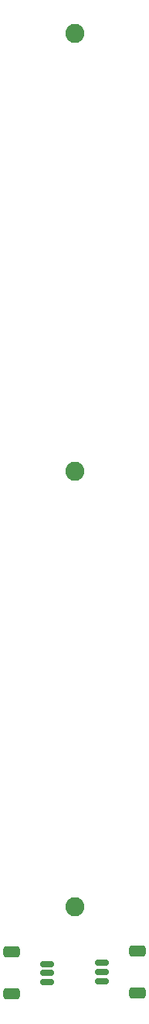
<source format=gbr>
%TF.GenerationSoftware,KiCad,Pcbnew,8.0.5*%
%TF.CreationDate,2025-09-23T17:33:25-05:00*%
%TF.ProjectId,test,74657374-2e6b-4696-9361-645f70636258,rev?*%
%TF.SameCoordinates,Original*%
%TF.FileFunction,Paste,Top*%
%TF.FilePolarity,Positive*%
%FSLAX46Y46*%
G04 Gerber Fmt 4.6, Leading zero omitted, Abs format (unit mm)*
G04 Created by KiCad (PCBNEW 8.0.5) date 2025-09-23 17:33:25*
%MOMM*%
%LPD*%
G01*
G04 APERTURE LIST*
G04 Aperture macros list*
%AMRoundRect*
0 Rectangle with rounded corners*
0 $1 Rounding radius*
0 $2 $3 $4 $5 $6 $7 $8 $9 X,Y pos of 4 corners*
0 Add a 4 corners polygon primitive as box body*
4,1,4,$2,$3,$4,$5,$6,$7,$8,$9,$2,$3,0*
0 Add four circle primitives for the rounded corners*
1,1,$1+$1,$2,$3*
1,1,$1+$1,$4,$5*
1,1,$1+$1,$6,$7*
1,1,$1+$1,$8,$9*
0 Add four rect primitives between the rounded corners*
20,1,$1+$1,$2,$3,$4,$5,0*
20,1,$1+$1,$4,$5,$6,$7,0*
20,1,$1+$1,$6,$7,$8,$9,0*
20,1,$1+$1,$8,$9,$2,$3,0*%
G04 Aperture macros list end*
%ADD10RoundRect,0.150000X-0.625000X0.150000X-0.625000X-0.150000X0.625000X-0.150000X0.625000X0.150000X0*%
%ADD11RoundRect,0.250000X-0.650000X0.350000X-0.650000X-0.350000X0.650000X-0.350000X0.650000X0.350000X0*%
%ADD12RoundRect,0.150000X0.625000X-0.150000X0.625000X0.150000X-0.625000X0.150000X-0.625000X-0.150000X0*%
%ADD13RoundRect,0.250000X0.650000X-0.350000X0.650000X0.350000X-0.650000X0.350000X-0.650000X-0.350000X0*%
%ADD14C,2.082800*%
G04 APERTURE END LIST*
D10*
%TO.C,Connector2*%
X155500000Y-147200000D03*
X155500000Y-148200000D03*
X155500000Y-149200000D03*
D11*
X151625000Y-145900000D03*
X151625000Y-150500000D03*
%TD*%
D12*
%TO.C,Connector1*%
X161500000Y-149106501D03*
X161500000Y-148106501D03*
X161500000Y-147106501D03*
D13*
X165375000Y-150406501D03*
X165375000Y-145806501D03*
%TD*%
D14*
%TO.C,Ground1*%
X158509500Y-45745501D03*
%TD*%
%TO.C,J2*%
X158509500Y-93490501D03*
%TD*%
%TO.C,Power1*%
X158509500Y-140990501D03*
%TD*%
M02*

</source>
